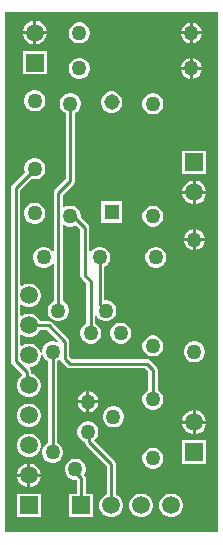
<source format=gbl>
G04*
G04 #@! TF.GenerationSoftware,Altium Limited,Altium Designer,21.6.4 (81)*
G04*
G04 Layer_Physical_Order=2*
G04 Layer_Color=16711680*
%FSLAX44Y44*%
%MOMM*%
G71*
G04*
G04 #@! TF.SameCoordinates,B57D2F8B-4A7A-4E61-A793-557B7A210965*
G04*
G04*
G04 #@! TF.FilePolarity,Positive*
G04*
G01*
G75*
%ADD12C,0.2540*%
%ADD13C,1.5000*%
%ADD14R,1.5000X1.5000*%
%ADD15C,1.3080*%
%ADD16R,1.3080X1.3080*%
%ADD17C,1.2700*%
%ADD18R,1.5000X1.5000*%
G36*
X180000Y0D02*
X0D01*
Y440000D01*
X180000D01*
Y0D01*
D02*
G37*
%LPC*%
G36*
X26322Y432940D02*
X26270D01*
Y424170D01*
X35040D01*
Y424222D01*
X34356Y426775D01*
X33034Y429065D01*
X31165Y430934D01*
X28875Y432256D01*
X26322Y432940D01*
D02*
G37*
G36*
X23730D02*
X23678D01*
X21125Y432256D01*
X18835Y430934D01*
X16966Y429065D01*
X15644Y426775D01*
X14960Y424222D01*
Y424170D01*
X23730D01*
Y432940D01*
D02*
G37*
G36*
X158770Y431363D02*
Y423770D01*
X166363D01*
X165784Y425931D01*
X164614Y427959D01*
X162959Y429614D01*
X160931Y430784D01*
X158770Y431363D01*
D02*
G37*
G36*
X156230D02*
X154069Y430784D01*
X152041Y429614D01*
X150386Y427959D01*
X149216Y425931D01*
X148637Y423770D01*
X156230D01*
Y431363D01*
D02*
G37*
G36*
X166363Y421230D02*
X158770D01*
Y413637D01*
X160931Y414216D01*
X162959Y415386D01*
X164614Y417041D01*
X165784Y419069D01*
X166363Y421230D01*
D02*
G37*
G36*
X156230D02*
X148637D01*
X149216Y419069D01*
X150386Y417041D01*
X152041Y415386D01*
X154069Y414216D01*
X156230Y413637D01*
Y421230D01*
D02*
G37*
G36*
X63670Y431390D02*
X61330D01*
X59069Y430784D01*
X57041Y429614D01*
X55386Y427959D01*
X54216Y425931D01*
X53610Y423670D01*
Y421330D01*
X54216Y419069D01*
X55386Y417041D01*
X57041Y415386D01*
X59069Y414216D01*
X61330Y413610D01*
X63670D01*
X65931Y414216D01*
X67959Y415386D01*
X69614Y417041D01*
X70784Y419069D01*
X71390Y421330D01*
Y423670D01*
X70784Y425931D01*
X69614Y427959D01*
X67959Y429614D01*
X65931Y430784D01*
X63670Y431390D01*
D02*
G37*
G36*
X35040Y421630D02*
X26270D01*
Y412860D01*
X26322D01*
X28875Y413544D01*
X31165Y414866D01*
X33034Y416735D01*
X34356Y419025D01*
X35040Y421578D01*
Y421630D01*
D02*
G37*
G36*
X23730D02*
X14960D01*
Y421578D01*
X15644Y419025D01*
X16966Y416735D01*
X18835Y414866D01*
X21125Y413544D01*
X23678Y412860D01*
X23730D01*
Y421630D01*
D02*
G37*
G36*
X158770Y401363D02*
Y393770D01*
X166363D01*
X165784Y395931D01*
X164614Y397959D01*
X162959Y399614D01*
X160931Y400784D01*
X158770Y401363D01*
D02*
G37*
G36*
X156230D02*
X154069Y400784D01*
X152041Y399614D01*
X150386Y397959D01*
X149216Y395931D01*
X148637Y393770D01*
X156230D01*
Y401363D01*
D02*
G37*
G36*
X35040Y407540D02*
X14960D01*
Y387460D01*
X35040D01*
Y407540D01*
D02*
G37*
G36*
X166363Y391230D02*
X158770D01*
Y383637D01*
X160931Y384216D01*
X162959Y385386D01*
X164614Y387041D01*
X165784Y389069D01*
X166363Y391230D01*
D02*
G37*
G36*
X156230D02*
X148637D01*
X149216Y389069D01*
X150386Y387041D01*
X152041Y385386D01*
X154069Y384216D01*
X156230Y383637D01*
Y391230D01*
D02*
G37*
G36*
X63670Y401390D02*
X61330D01*
X59069Y400784D01*
X57041Y399614D01*
X55386Y397959D01*
X54216Y395931D01*
X53610Y393670D01*
Y391330D01*
X54216Y389069D01*
X55386Y387041D01*
X57041Y385386D01*
X59069Y384216D01*
X61330Y383610D01*
X63670D01*
X65931Y384216D01*
X67959Y385386D01*
X69614Y387041D01*
X70784Y389069D01*
X71390Y391330D01*
Y393670D01*
X70784Y395931D01*
X69614Y397959D01*
X67959Y399614D01*
X65931Y400784D01*
X63670Y401390D01*
D02*
G37*
G36*
X26170Y373890D02*
X23830D01*
X21569Y373284D01*
X19541Y372114D01*
X17886Y370459D01*
X16716Y368431D01*
X16110Y366170D01*
Y363830D01*
X16716Y361569D01*
X17886Y359541D01*
X19541Y357886D01*
X21569Y356716D01*
X23830Y356110D01*
X26170D01*
X28431Y356716D01*
X30459Y357886D01*
X32114Y359541D01*
X33284Y361569D01*
X33890Y363830D01*
Y366170D01*
X33284Y368431D01*
X32114Y370459D01*
X30459Y372114D01*
X28431Y373284D01*
X26170Y373890D01*
D02*
G37*
G36*
X91195Y372980D02*
X88805D01*
X86495Y372361D01*
X84425Y371166D01*
X82734Y369475D01*
X81539Y367405D01*
X80920Y365095D01*
Y362705D01*
X81539Y360395D01*
X82734Y358325D01*
X84425Y356634D01*
X86495Y355439D01*
X88805Y354820D01*
X91195D01*
X93505Y355439D01*
X95575Y356634D01*
X97266Y358325D01*
X98461Y360395D01*
X99080Y362705D01*
Y365095D01*
X98461Y367405D01*
X97266Y369475D01*
X95575Y371166D01*
X93505Y372361D01*
X91195Y372980D01*
D02*
G37*
G36*
X126170Y371390D02*
X123830D01*
X121569Y370784D01*
X119541Y369614D01*
X117886Y367959D01*
X116716Y365931D01*
X116110Y363670D01*
Y361330D01*
X116716Y359069D01*
X117886Y357041D01*
X119541Y355386D01*
X121569Y354216D01*
X123830Y353610D01*
X126170D01*
X128431Y354216D01*
X130459Y355386D01*
X132114Y357041D01*
X133284Y359069D01*
X133890Y361330D01*
Y363670D01*
X133284Y365931D01*
X132114Y367959D01*
X130459Y369614D01*
X128431Y370784D01*
X126170Y371390D01*
D02*
G37*
G36*
X170040Y322940D02*
X149960D01*
Y302860D01*
X170040D01*
Y322940D01*
D02*
G37*
G36*
X26170Y316390D02*
X23830D01*
X21569Y315784D01*
X19541Y314614D01*
X17886Y312959D01*
X16716Y310931D01*
X16110Y308670D01*
Y306330D01*
X16580Y304574D01*
X5943Y293937D01*
X5101Y292677D01*
X4805Y291190D01*
Y144815D01*
X5101Y143329D01*
X5943Y142068D01*
X14211Y133801D01*
Y132351D01*
X13835Y132134D01*
X11966Y130265D01*
X10644Y127975D01*
X9960Y125422D01*
Y122778D01*
X10644Y120225D01*
X11966Y117935D01*
X13835Y116066D01*
X16125Y114744D01*
X18678Y114060D01*
X21322D01*
X23875Y114744D01*
X26165Y116066D01*
X28034Y117935D01*
X29356Y120225D01*
X30040Y122778D01*
Y125422D01*
X29356Y127975D01*
X28034Y130265D01*
X26165Y132134D01*
X23875Y133456D01*
X21980Y133964D01*
Y135410D01*
X21684Y136897D01*
X20842Y138157D01*
X20712Y138287D01*
X21198Y139460D01*
X21322D01*
X23875Y140144D01*
X26165Y141466D01*
X28034Y143335D01*
X29356Y145625D01*
X30040Y148178D01*
Y150314D01*
X30040Y150416D01*
X31310Y150583D01*
X31330Y150508D01*
X31716Y149069D01*
X32886Y147041D01*
X34541Y145386D01*
X36115Y144478D01*
Y75522D01*
X34541Y74614D01*
X32886Y72959D01*
X31716Y70931D01*
X31110Y68670D01*
Y66330D01*
X31716Y64069D01*
X32886Y62041D01*
X34541Y60386D01*
X36569Y59216D01*
X38830Y58610D01*
X41170D01*
X43431Y59216D01*
X45459Y60386D01*
X47114Y62041D01*
X48284Y64069D01*
X48890Y66330D01*
Y68670D01*
X48284Y70931D01*
X47114Y72959D01*
X45459Y74614D01*
X43885Y75522D01*
Y144478D01*
X45459Y145386D01*
X45667Y145595D01*
X46313Y145399D01*
X46957Y145089D01*
X47704Y143972D01*
X51923Y139753D01*
X53183Y138911D01*
X54669Y138615D01*
X118391D01*
X121115Y135891D01*
Y120522D01*
X119541Y119614D01*
X117886Y117959D01*
X116716Y115931D01*
X116110Y113670D01*
Y111330D01*
X116716Y109069D01*
X117886Y107041D01*
X119541Y105386D01*
X121569Y104216D01*
X123830Y103610D01*
X126170D01*
X128431Y104216D01*
X130459Y105386D01*
X132114Y107041D01*
X133284Y109069D01*
X133890Y111330D01*
Y113670D01*
X133284Y115931D01*
X132114Y117959D01*
X130459Y119614D01*
X128885Y120522D01*
Y137500D01*
X128589Y138987D01*
X127747Y140247D01*
X122747Y145247D01*
X121487Y146089D01*
X120000Y146385D01*
X56279D01*
X54335Y148328D01*
Y161088D01*
X54040Y162574D01*
X53197Y163835D01*
X39385Y177647D01*
X38758Y178066D01*
X38125Y178489D01*
X38125Y178489D01*
X38125Y178489D01*
X36639Y178785D01*
X35861Y178785D01*
X29350D01*
X28034Y181065D01*
X26165Y182934D01*
X23875Y184256D01*
X21322Y184940D01*
X18678D01*
X16125Y184256D01*
X13835Y182934D01*
X13748Y182847D01*
X12575Y183333D01*
Y191867D01*
X13748Y192353D01*
X13835Y192266D01*
X16125Y190944D01*
X18678Y190260D01*
X21322D01*
X23875Y190944D01*
X26165Y192266D01*
X28034Y194135D01*
X29356Y196425D01*
X30040Y198978D01*
Y201622D01*
X29356Y204175D01*
X28034Y206465D01*
X26165Y208334D01*
X23875Y209656D01*
X21322Y210340D01*
X18678D01*
X16125Y209656D01*
X13835Y208334D01*
X13748Y208247D01*
X12575Y208733D01*
Y289581D01*
X22074Y299080D01*
X23830Y298610D01*
X26170D01*
X28431Y299216D01*
X30459Y300386D01*
X32114Y302041D01*
X33284Y304069D01*
X33890Y306330D01*
Y308670D01*
X33284Y310931D01*
X32114Y312959D01*
X30459Y314614D01*
X28431Y315784D01*
X26170Y316390D01*
D02*
G37*
G36*
X161322Y297540D02*
X161270D01*
Y288770D01*
X170040D01*
Y288822D01*
X169356Y291375D01*
X168034Y293665D01*
X166165Y295534D01*
X163875Y296856D01*
X161322Y297540D01*
D02*
G37*
G36*
X158730D02*
X158678D01*
X156125Y296856D01*
X153835Y295534D01*
X151966Y293665D01*
X150644Y291375D01*
X149960Y288822D01*
Y288770D01*
X158730D01*
Y297540D01*
D02*
G37*
G36*
X170040Y286230D02*
X161270D01*
Y277460D01*
X161322D01*
X163875Y278144D01*
X166165Y279466D01*
X168034Y281335D01*
X169356Y283625D01*
X170040Y286178D01*
Y286230D01*
D02*
G37*
G36*
X158730D02*
X149960D01*
Y286178D01*
X150644Y283625D01*
X151966Y281335D01*
X153835Y279466D01*
X156125Y278144D01*
X158678Y277460D01*
X158730D01*
Y286230D01*
D02*
G37*
G36*
X99080Y280180D02*
X80920D01*
Y262020D01*
X99080D01*
Y280180D01*
D02*
G37*
G36*
X26170Y278890D02*
X23830D01*
X21569Y278284D01*
X19541Y277114D01*
X17886Y275459D01*
X16716Y273431D01*
X16110Y271170D01*
Y268830D01*
X16716Y266569D01*
X17886Y264541D01*
X19541Y262886D01*
X21569Y261716D01*
X23830Y261110D01*
X26170D01*
X28431Y261716D01*
X30459Y262886D01*
X32114Y264541D01*
X33284Y266569D01*
X33890Y268830D01*
Y271170D01*
X33284Y273431D01*
X32114Y275459D01*
X30459Y277114D01*
X28431Y278284D01*
X26170Y278890D01*
D02*
G37*
G36*
X126170Y276390D02*
X123830D01*
X121569Y275784D01*
X119541Y274614D01*
X117886Y272959D01*
X116716Y270931D01*
X116110Y268670D01*
Y266330D01*
X116716Y264069D01*
X117886Y262041D01*
X119541Y260386D01*
X121569Y259216D01*
X123830Y258610D01*
X126170D01*
X128431Y259216D01*
X130459Y260386D01*
X132114Y262041D01*
X133284Y264069D01*
X133890Y266330D01*
Y268670D01*
X133284Y270931D01*
X132114Y272959D01*
X130459Y274614D01*
X128431Y275784D01*
X126170Y276390D01*
D02*
G37*
G36*
X161270Y256363D02*
Y248770D01*
X168863D01*
X168284Y250931D01*
X167114Y252959D01*
X165459Y254614D01*
X163431Y255784D01*
X161270Y256363D01*
D02*
G37*
G36*
X158730D02*
X156569Y255784D01*
X154541Y254614D01*
X152886Y252959D01*
X151716Y250931D01*
X151137Y248770D01*
X158730D01*
Y256363D01*
D02*
G37*
G36*
X168863Y246230D02*
X161270D01*
Y238637D01*
X163431Y239216D01*
X165459Y240386D01*
X167114Y242041D01*
X168284Y244069D01*
X168863Y246230D01*
D02*
G37*
G36*
X158730D02*
X151137D01*
X151716Y244069D01*
X152886Y242041D01*
X154541Y240386D01*
X156569Y239216D01*
X158730Y238637D01*
Y246230D01*
D02*
G37*
G36*
X128670Y241390D02*
X126330D01*
X124069Y240784D01*
X122041Y239614D01*
X120386Y237959D01*
X119216Y235931D01*
X118610Y233670D01*
Y231330D01*
X119216Y229069D01*
X120386Y227041D01*
X122041Y225386D01*
X124069Y224216D01*
X126330Y223610D01*
X128670D01*
X130931Y224216D01*
X132959Y225386D01*
X134614Y227041D01*
X135784Y229069D01*
X136390Y231330D01*
Y233670D01*
X135784Y235931D01*
X134614Y237959D01*
X132959Y239614D01*
X130931Y240784D01*
X128670Y241390D01*
D02*
G37*
G36*
X56170Y371390D02*
X53830D01*
X51569Y370784D01*
X49541Y369614D01*
X47886Y367959D01*
X46716Y365931D01*
X46110Y363670D01*
Y361330D01*
X46716Y359069D01*
X47886Y357041D01*
X49541Y355386D01*
X51115Y354478D01*
Y299109D01*
X42093Y290087D01*
X41251Y288827D01*
X40955Y287340D01*
Y238175D01*
X39685Y237835D01*
X39614Y237959D01*
X37959Y239614D01*
X35931Y240784D01*
X33670Y241390D01*
X31330D01*
X29069Y240784D01*
X27041Y239614D01*
X25386Y237959D01*
X24216Y235931D01*
X23610Y233670D01*
Y231330D01*
X24216Y229069D01*
X25386Y227041D01*
X27041Y225386D01*
X29069Y224216D01*
X31330Y223610D01*
X33670D01*
X35931Y224216D01*
X37959Y225386D01*
X39614Y227041D01*
X39685Y227165D01*
X40955Y226825D01*
Y195522D01*
X39381Y194614D01*
X37726Y192959D01*
X36556Y190931D01*
X35950Y188670D01*
Y186330D01*
X36556Y184069D01*
X37726Y182041D01*
X39381Y180386D01*
X41409Y179216D01*
X43670Y178610D01*
X46010D01*
X48271Y179216D01*
X50299Y180386D01*
X51954Y182041D01*
X53124Y184069D01*
X53730Y186330D01*
Y188670D01*
X53124Y190931D01*
X51954Y192959D01*
X50299Y194614D01*
X48725Y195522D01*
Y259523D01*
X49995Y260124D01*
X51569Y259216D01*
X53830Y258610D01*
X56170D01*
X58431Y259216D01*
X59610Y259896D01*
X63415Y256091D01*
Y217018D01*
X63711Y215532D01*
X64553Y214272D01*
X68335Y210489D01*
Y176426D01*
X66841Y175564D01*
X65186Y173909D01*
X64016Y171881D01*
X63410Y169620D01*
Y167280D01*
X64016Y165019D01*
X65186Y162991D01*
X66841Y161336D01*
X68869Y160166D01*
X71130Y159560D01*
X73470D01*
X75731Y160166D01*
X77759Y161336D01*
X79414Y162991D01*
X80584Y165019D01*
X81190Y167280D01*
Y169620D01*
X80584Y171881D01*
X79414Y173909D01*
X77759Y175564D01*
X76105Y176519D01*
Y182587D01*
X77375Y182927D01*
X77886Y182041D01*
X79541Y180386D01*
X81569Y179216D01*
X83830Y178610D01*
X86170D01*
X88431Y179216D01*
X90459Y180386D01*
X92114Y182041D01*
X93284Y184069D01*
X93890Y186330D01*
Y188670D01*
X93284Y190931D01*
X92114Y192959D01*
X90459Y194614D01*
X88431Y195784D01*
X86170Y196390D01*
X83885D01*
Y224478D01*
X85459Y225386D01*
X87114Y227041D01*
X88284Y229069D01*
X88890Y231330D01*
Y233670D01*
X88284Y235931D01*
X87114Y237959D01*
X85459Y239614D01*
X83431Y240784D01*
X81170Y241390D01*
X78830D01*
X76569Y240784D01*
X74541Y239614D01*
X72886Y237959D01*
X72455Y237211D01*
X71185Y237551D01*
Y257700D01*
X70889Y259187D01*
X70047Y260447D01*
X63890Y266604D01*
Y268670D01*
X63284Y270931D01*
X62114Y272959D01*
X60459Y274614D01*
X58431Y275784D01*
X56170Y276390D01*
X53830D01*
X51569Y275784D01*
X49995Y274875D01*
X48725Y275477D01*
Y285731D01*
X57747Y294753D01*
X58589Y296013D01*
X58885Y297500D01*
Y354478D01*
X60459Y355386D01*
X62114Y357041D01*
X63284Y359069D01*
X63890Y361330D01*
Y363670D01*
X63284Y365931D01*
X62114Y367959D01*
X60459Y369614D01*
X58431Y370784D01*
X56170Y371390D01*
D02*
G37*
G36*
X98870Y177340D02*
X96530D01*
X94269Y176734D01*
X92241Y175564D01*
X90586Y173909D01*
X89416Y171881D01*
X88810Y169620D01*
Y167280D01*
X89416Y165019D01*
X90586Y162991D01*
X92241Y161336D01*
X94269Y160166D01*
X96530Y159560D01*
X98870D01*
X101131Y160166D01*
X103159Y161336D01*
X104814Y162991D01*
X105984Y165019D01*
X106590Y167280D01*
Y169620D01*
X105984Y171881D01*
X104814Y173909D01*
X103159Y175564D01*
X101131Y176734D01*
X98870Y177340D01*
D02*
G37*
G36*
X126170Y166390D02*
X123830D01*
X121569Y165784D01*
X119541Y164614D01*
X117886Y162959D01*
X116716Y160931D01*
X116110Y158670D01*
Y156330D01*
X116716Y154069D01*
X117886Y152041D01*
X119541Y150386D01*
X121569Y149216D01*
X123830Y148610D01*
X126170D01*
X128431Y149216D01*
X130459Y150386D01*
X132114Y152041D01*
X133284Y154069D01*
X133890Y156330D01*
Y158670D01*
X133284Y160931D01*
X132114Y162959D01*
X130459Y164614D01*
X128431Y165784D01*
X126170Y166390D01*
D02*
G37*
G36*
X161170Y161390D02*
X158830D01*
X156569Y160784D01*
X154541Y159614D01*
X152886Y157959D01*
X151716Y155931D01*
X151110Y153670D01*
Y151330D01*
X151716Y149069D01*
X152886Y147041D01*
X154541Y145386D01*
X156569Y144216D01*
X158830Y143610D01*
X161170D01*
X163431Y144216D01*
X165459Y145386D01*
X167114Y147041D01*
X168284Y149069D01*
X168890Y151330D01*
Y153670D01*
X168284Y155931D01*
X167114Y157959D01*
X165459Y159614D01*
X163431Y160784D01*
X161170Y161390D01*
D02*
G37*
G36*
X71270Y119063D02*
Y111470D01*
X78863D01*
X78284Y113631D01*
X77114Y115659D01*
X75459Y117314D01*
X73431Y118484D01*
X71270Y119063D01*
D02*
G37*
G36*
X68730D02*
X66569Y118484D01*
X64541Y117314D01*
X62886Y115659D01*
X61716Y113631D01*
X61137Y111470D01*
X68730D01*
Y119063D01*
D02*
G37*
G36*
Y108930D02*
X61137D01*
X61716Y106769D01*
X62886Y104741D01*
X64541Y103086D01*
X66569Y101916D01*
X68730Y101337D01*
Y108930D01*
D02*
G37*
G36*
X78863D02*
X71270D01*
Y101337D01*
X73431Y101916D01*
X75459Y103086D01*
X77114Y104741D01*
X78284Y106769D01*
X78863Y108930D01*
D02*
G37*
G36*
X161322Y102940D02*
X161270D01*
Y94170D01*
X170040D01*
Y94222D01*
X169356Y96775D01*
X168034Y99065D01*
X166165Y100934D01*
X163875Y102256D01*
X161322Y102940D01*
D02*
G37*
G36*
X158730D02*
X158678D01*
X156125Y102256D01*
X153835Y100934D01*
X152455Y99554D01*
X152140Y99491D01*
X150879Y98649D01*
X150037Y97389D01*
X149742Y95902D01*
X150027Y94470D01*
X149960Y94222D01*
Y94170D01*
X158730D01*
Y102940D01*
D02*
G37*
G36*
X21322Y108740D02*
X18678D01*
X16125Y108056D01*
X13835Y106734D01*
X11966Y104865D01*
X10644Y102575D01*
X9960Y100022D01*
Y97378D01*
X10644Y94825D01*
X11966Y92535D01*
X13835Y90666D01*
X16125Y89344D01*
X18678Y88660D01*
X21322D01*
X23875Y89344D01*
X26165Y90666D01*
X28034Y92535D01*
X29356Y94825D01*
X30040Y97378D01*
Y100022D01*
X29356Y102575D01*
X28034Y104865D01*
X26165Y106734D01*
X23875Y108056D01*
X21322Y108740D01*
D02*
G37*
G36*
X92760Y106390D02*
X90420D01*
X88159Y105784D01*
X86131Y104614D01*
X84476Y102959D01*
X83306Y100931D01*
X82700Y98670D01*
Y96330D01*
X83306Y94069D01*
X84476Y92041D01*
X86131Y90386D01*
X88159Y89216D01*
X90420Y88610D01*
X92760D01*
X95021Y89216D01*
X97049Y90386D01*
X98704Y92041D01*
X99874Y94069D01*
X100480Y96330D01*
Y98670D01*
X99874Y100931D01*
X98704Y102959D01*
X97049Y104614D01*
X95021Y105784D01*
X92760Y106390D01*
D02*
G37*
G36*
X170040Y91630D02*
X161270D01*
Y82860D01*
X161322D01*
X163875Y83544D01*
X166165Y84866D01*
X168034Y86735D01*
X169356Y89025D01*
X170040Y91578D01*
Y91630D01*
D02*
G37*
G36*
X158730D02*
X149960D01*
Y91578D01*
X150644Y89025D01*
X151966Y86735D01*
X153835Y84866D01*
X156125Y83544D01*
X158678Y82860D01*
X158730D01*
Y91630D01*
D02*
G37*
G36*
X21322Y83340D02*
X18678D01*
X16125Y82656D01*
X13835Y81334D01*
X11966Y79465D01*
X10644Y77175D01*
X9960Y74622D01*
Y71978D01*
X10644Y69425D01*
X11966Y67135D01*
X13835Y65266D01*
X16125Y63944D01*
X18678Y63260D01*
X21322D01*
X23875Y63944D01*
X26165Y65266D01*
X28034Y67135D01*
X29356Y69425D01*
X30040Y71978D01*
Y74622D01*
X29356Y77175D01*
X28034Y79465D01*
X26165Y81334D01*
X23875Y82656D01*
X21322Y83340D01*
D02*
G37*
G36*
X170040Y77540D02*
X149960D01*
Y57460D01*
X170040D01*
Y77540D01*
D02*
G37*
G36*
X126170Y71390D02*
X123830D01*
X121569Y70784D01*
X119541Y69614D01*
X117886Y67959D01*
X116716Y65931D01*
X116110Y63670D01*
Y61330D01*
X116716Y59069D01*
X117886Y57041D01*
X119541Y55386D01*
X121569Y54216D01*
X123830Y53610D01*
X126170D01*
X128431Y54216D01*
X130459Y55386D01*
X132114Y57041D01*
X133284Y59069D01*
X133890Y61330D01*
Y63670D01*
X133284Y65931D01*
X132114Y67959D01*
X130459Y69614D01*
X128431Y70784D01*
X126170Y71390D01*
D02*
G37*
G36*
X21322Y57940D02*
X21270D01*
Y49170D01*
X30040D01*
Y49222D01*
X29356Y51775D01*
X28034Y54065D01*
X26165Y55934D01*
X23875Y57256D01*
X21322Y57940D01*
D02*
G37*
G36*
X18730D02*
X18678D01*
X16125Y57256D01*
X13835Y55934D01*
X11966Y54065D01*
X10644Y51775D01*
X9960Y49222D01*
Y49170D01*
X18730D01*
Y57940D01*
D02*
G37*
G36*
X30040Y46630D02*
X21270D01*
Y37860D01*
X21322D01*
X23875Y38544D01*
X26165Y39866D01*
X28034Y41735D01*
X29356Y44025D01*
X30040Y46578D01*
Y46630D01*
D02*
G37*
G36*
X18730D02*
X9960D01*
Y46578D01*
X10644Y44025D01*
X11966Y41735D01*
X13835Y39866D01*
X16125Y38544D01*
X18678Y37860D01*
X18730D01*
Y46630D01*
D02*
G37*
G36*
X141722Y32540D02*
X139078D01*
X136525Y31856D01*
X134235Y30534D01*
X132366Y28665D01*
X131044Y26375D01*
X130360Y23822D01*
Y21178D01*
X131044Y18625D01*
X132366Y16335D01*
X134235Y14466D01*
X136525Y13144D01*
X139078Y12460D01*
X141722D01*
X144275Y13144D01*
X146565Y14466D01*
X148434Y16335D01*
X149756Y18625D01*
X150440Y21178D01*
Y23822D01*
X149756Y26375D01*
X148434Y28665D01*
X146565Y30534D01*
X144275Y31856D01*
X141722Y32540D01*
D02*
G37*
G36*
X116322D02*
X113678D01*
X111125Y31856D01*
X108835Y30534D01*
X106966Y28665D01*
X105644Y26375D01*
X104960Y23822D01*
Y21178D01*
X105644Y18625D01*
X106966Y16335D01*
X108835Y14466D01*
X111125Y13144D01*
X113678Y12460D01*
X116322D01*
X118875Y13144D01*
X121165Y14466D01*
X123034Y16335D01*
X124356Y18625D01*
X125040Y21178D01*
Y23822D01*
X124356Y26375D01*
X123034Y28665D01*
X121165Y30534D01*
X118875Y31856D01*
X116322Y32540D01*
D02*
G37*
G36*
X71170Y93690D02*
X68830D01*
X66569Y93084D01*
X64541Y91914D01*
X62886Y90259D01*
X61716Y88231D01*
X61110Y85970D01*
Y83630D01*
X61716Y81369D01*
X62886Y79341D01*
X64541Y77686D01*
X66569Y76516D01*
X67138Y76363D01*
X67405Y75019D01*
X68247Y73759D01*
X85715Y56291D01*
Y31850D01*
X83435Y30534D01*
X81566Y28665D01*
X80244Y26375D01*
X79560Y23822D01*
Y21178D01*
X80244Y18625D01*
X81566Y16335D01*
X83435Y14466D01*
X85725Y13144D01*
X88278Y12460D01*
X90922D01*
X93475Y13144D01*
X95765Y14466D01*
X97634Y16335D01*
X98956Y18625D01*
X99640Y21178D01*
Y23822D01*
X98956Y26375D01*
X97634Y28665D01*
X95765Y30534D01*
X93485Y31850D01*
Y57900D01*
X93189Y59387D01*
X92347Y60647D01*
X75441Y77553D01*
X75459Y77686D01*
X77114Y79341D01*
X78284Y81369D01*
X78890Y83630D01*
Y85970D01*
X78284Y88231D01*
X77114Y90259D01*
X75459Y91914D01*
X73431Y93084D01*
X71170Y93690D01*
D02*
G37*
G36*
X60539Y62022D02*
X58198D01*
X55937Y61416D01*
X53910Y60245D01*
X52255Y58590D01*
X51084Y56563D01*
X50478Y54302D01*
Y51961D01*
X51084Y49700D01*
X52255Y47673D01*
X53910Y46018D01*
X55937Y44847D01*
X58198Y44242D01*
X60015D01*
X60315Y43942D01*
Y32540D01*
X54160D01*
Y12460D01*
X74240D01*
Y32540D01*
X68085D01*
Y45551D01*
X67789Y47037D01*
X66947Y48298D01*
X66881Y48364D01*
X67653Y49700D01*
X68258Y51961D01*
Y54302D01*
X67653Y56563D01*
X66482Y58590D01*
X64827Y60245D01*
X62800Y61416D01*
X60539Y62022D01*
D02*
G37*
G36*
X30040Y32540D02*
X9960D01*
Y12460D01*
X30040D01*
Y32540D01*
D02*
G37*
%LPD*%
G36*
X44289Y161755D02*
X43510Y160739D01*
X43431Y160784D01*
X41170Y161390D01*
X38830D01*
X36569Y160784D01*
X34541Y159614D01*
X32886Y157959D01*
X31716Y155931D01*
X31110Y153670D01*
Y151838D01*
X31110Y151735D01*
X29840Y151568D01*
X29820Y151644D01*
X29356Y153375D01*
X28034Y155665D01*
X26165Y157534D01*
X23875Y158856D01*
X21322Y159540D01*
X18678D01*
X16125Y158856D01*
X13835Y157534D01*
X13748Y157447D01*
X12575Y157933D01*
Y166467D01*
X13748Y166953D01*
X13835Y166866D01*
X16125Y165544D01*
X18678Y164860D01*
X21322D01*
X23875Y165544D01*
X26165Y166866D01*
X28034Y168735D01*
X29350Y171015D01*
X35029D01*
X44289Y161755D01*
D02*
G37*
D12*
X59368Y50382D02*
Y53132D01*
X64200Y22500D02*
Y45551D01*
X59368Y50382D02*
X64200Y45551D01*
X70994Y76506D02*
Y83806D01*
Y76506D02*
X89600Y57900D01*
X70000Y84800D02*
X70994Y83806D01*
X44840Y187500D02*
Y287340D01*
X55000Y297500D01*
X89600Y22500D02*
Y57900D01*
X80000Y192500D02*
X85000Y187500D01*
X8690Y291190D02*
X25000Y307500D01*
X8690Y144815D02*
Y291190D01*
X18095Y126005D02*
Y135410D01*
Y126005D02*
X20000Y124100D01*
X8690Y144815D02*
X18095Y135410D01*
X55000Y297500D02*
Y362500D01*
Y270000D02*
X67300Y257700D01*
X72220Y168530D02*
Y212098D01*
X67300Y217018D02*
Y257700D01*
X72220Y168530D02*
X72300Y168450D01*
X67300Y217018D02*
X72220Y212098D01*
X50451Y146719D02*
Y161088D01*
X20000Y174900D02*
X35861D01*
X36639Y174900D01*
X50451Y161088D01*
Y146719D02*
X54669Y142500D01*
X120000D01*
X40000Y67500D02*
Y152500D01*
X120000Y142500D02*
X125000Y137500D01*
X80000Y192500D02*
Y232500D01*
X125000Y112500D02*
Y137500D01*
X153626Y95902D02*
X154244Y95284D01*
X157616D02*
X160000Y92900D01*
X154244Y95284D02*
X157616D01*
X160000Y247500D02*
X160000D01*
D13*
Y92900D02*
D03*
Y287500D02*
D03*
X89600Y22500D02*
D03*
X115000D02*
D03*
X140400D02*
D03*
X20000Y200300D02*
D03*
Y174900D02*
D03*
Y149500D02*
D03*
Y124100D02*
D03*
Y98700D02*
D03*
Y73300D02*
D03*
Y47900D02*
D03*
X25000Y422900D02*
D03*
D14*
X160000Y67500D02*
D03*
Y312900D02*
D03*
X20000Y22500D02*
D03*
X25000Y397500D02*
D03*
D15*
X90000Y363900D02*
D03*
D16*
Y271100D02*
D03*
D17*
X97700Y168450D02*
D03*
X85000Y187500D02*
D03*
X72300Y168450D02*
D03*
X70000Y110200D02*
D03*
X91590Y97500D02*
D03*
X70000Y84800D02*
D03*
X127500Y232500D02*
D03*
X32500D02*
D03*
X125000Y62500D02*
D03*
Y157500D02*
D03*
Y362500D02*
D03*
Y267500D02*
D03*
X55000D02*
D03*
Y362500D02*
D03*
X62500Y422500D02*
D03*
X157500D02*
D03*
X157500Y392500D02*
D03*
X62500D02*
D03*
X25000Y365000D02*
D03*
Y270000D02*
D03*
X160000Y152500D02*
D03*
Y247500D02*
D03*
X25000Y307500D02*
D03*
X44840Y187500D02*
D03*
X40000Y152500D02*
D03*
X80000Y232500D02*
D03*
X40000Y67500D02*
D03*
X59368Y53132D02*
D03*
X125000Y112500D02*
D03*
D18*
X64200Y22500D02*
D03*
M02*

</source>
